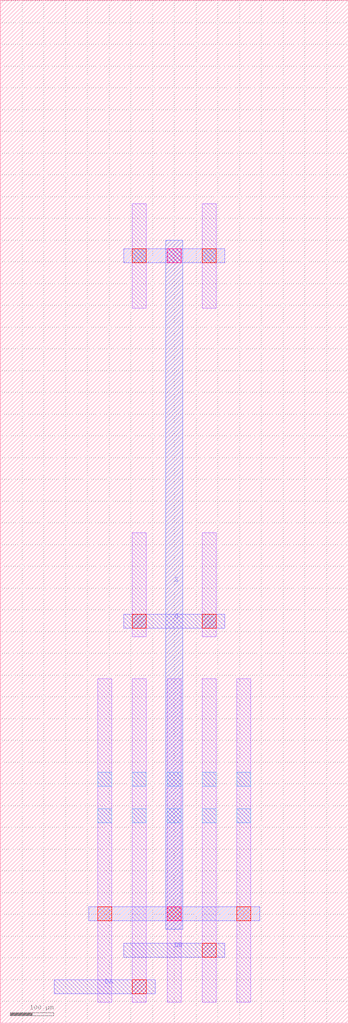
<source format=lef>
MACRO CMC_PMOS_95878848_X1_Y1
  UNITS 
    DATABASE MICRONS UNITS 1000;
  END UNITS 
  ORIGIN 0 0 ;
  FOREIGN CMC_PMOS_95878848_X1_Y1 0 0 ;
  SIZE 800 BY 2352 ;
  PIN DA
    DIRECTION INOUT ;
    USE SIGNAL ;
    PORT
      LAYER M2 ;
        RECT 124 68 356 100 ;
    END
  END DA
  PIN DB
    DIRECTION INOUT ;
    USE SIGNAL ;
    PORT
      LAYER M2 ;
        RECT 284 152 516 184 ;
    END
  END DB
  PIN G
    DIRECTION INOUT ;
    USE SIGNAL ;
    PORT
      LAYER M2 ;
        RECT 284 908 516 940 ;
    END
  END G
  PIN S
    DIRECTION INOUT ;
    USE SIGNAL ;
    PORT
      LAYER M3 ;
        RECT 380 216 420 1800 ;
    END
  END S
  OBS
    LAYER M1 ;
      RECT 304 48 336 792 ;
    LAYER M1 ;
      RECT 304 888 336 1128 ;
    LAYER M1 ;
      RECT 304 1644 336 1884 ;
    LAYER M1 ;
      RECT 224 48 256 792 ;
    LAYER M1 ;
      RECT 384 48 416 792 ;
    LAYER M1 ;
      RECT 464 48 496 792 ;
    LAYER M1 ;
      RECT 464 888 496 1128 ;
    LAYER M1 ;
      RECT 464 1644 496 1884 ;
    LAYER M1 ;
      RECT 544 48 576 792 ;
    LAYER M2 ;
      RECT 284 1748 516 1780 ;
    LAYER M2 ;
      RECT 204 236 596 268 ;
    LAYER V1 ;
      RECT 304 68 336 100 ;
    LAYER V1 ;
      RECT 304 908 336 940 ;
    LAYER V1 ;
      RECT 304 1748 336 1780 ;
    LAYER V1 ;
      RECT 464 152 496 184 ;
    LAYER V1 ;
      RECT 464 908 496 940 ;
    LAYER V1 ;
      RECT 464 1748 496 1780 ;
    LAYER V1 ;
      RECT 224 236 256 268 ;
    LAYER V1 ;
      RECT 384 236 416 268 ;
    LAYER V1 ;
      RECT 544 236 576 268 ;
    LAYER V2 ;
      RECT 384 236 416 268 ;
    LAYER V2 ;
      RECT 384 1748 416 1780 ;
    LAYER V0 ;
      RECT 304 461 336 493 ;
    LAYER V0 ;
      RECT 304 545 336 577 ;
    LAYER V0 ;
      RECT 304 908 336 940 ;
    LAYER V0 ;
      RECT 304 1748 336 1780 ;
    LAYER V0 ;
      RECT 224 461 256 493 ;
    LAYER V0 ;
      RECT 224 545 256 577 ;
    LAYER V0 ;
      RECT 384 461 416 493 ;
    LAYER V0 ;
      RECT 384 461 416 493 ;
    LAYER V0 ;
      RECT 384 545 416 577 ;
    LAYER V0 ;
      RECT 384 545 416 577 ;
    LAYER V0 ;
      RECT 464 461 496 493 ;
    LAYER V0 ;
      RECT 464 545 496 577 ;
    LAYER V0 ;
      RECT 464 908 496 940 ;
    LAYER V0 ;
      RECT 464 1748 496 1780 ;
    LAYER V0 ;
      RECT 544 461 576 493 ;
    LAYER V0 ;
      RECT 544 545 576 577 ;
  END
END CMC_PMOS_95878848_X1_Y1

</source>
